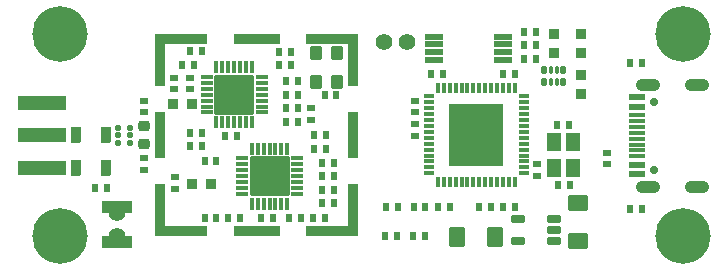
<source format=gts>
%TF.GenerationSoftware,KiCad,Pcbnew,7.0.7*%
%TF.CreationDate,2023-12-21T17:24:57+09:00*%
%TF.ProjectId,pocket_sdr_v2.1,706f636b-6574-45f7-9364-725f76322e31,rev?*%
%TF.SameCoordinates,Original*%
%TF.FileFunction,Soldermask,Top*%
%TF.FilePolarity,Negative*%
%FSLAX46Y46*%
G04 Gerber Fmt 4.6, Leading zero omitted, Abs format (unit mm)*
G04 Created by KiCad (PCBNEW 7.0.7) date 2023-12-21 17:24:57*
%MOMM*%
%LPD*%
G01*
G04 APERTURE LIST*
G04 Aperture macros list*
%AMRoundRect*
0 Rectangle with rounded corners*
0 $1 Rounding radius*
0 $2 $3 $4 $5 $6 $7 $8 $9 X,Y pos of 4 corners*
0 Add a 4 corners polygon primitive as box body*
4,1,4,$2,$3,$4,$5,$6,$7,$8,$9,$2,$3,0*
0 Add four circle primitives for the rounded corners*
1,1,$1+$1,$2,$3*
1,1,$1+$1,$4,$5*
1,1,$1+$1,$6,$7*
1,1,$1+$1,$8,$9*
0 Add four rect primitives between the rounded corners*
20,1,$1+$1,$2,$3,$4,$5,0*
20,1,$1+$1,$4,$5,$6,$7,0*
20,1,$1+$1,$6,$7,$8,$9,0*
20,1,$1+$1,$8,$9,$2,$3,0*%
G04 Aperture macros list end*
%ADD10C,1.409600*%
%ADD11RoundRect,0.050800X0.225000X0.300000X-0.225000X0.300000X-0.225000X-0.300000X0.225000X-0.300000X0*%
%ADD12RoundRect,0.050800X-0.225000X-0.300000X0.225000X-0.300000X0.225000X0.300000X-0.225000X0.300000X0*%
%ADD13RoundRect,0.050800X0.400000X-0.400000X0.400000X0.400000X-0.400000X0.400000X-0.400000X-0.400000X0*%
%ADD14RoundRect,0.050800X-0.400000X-0.400000X0.400000X-0.400000X0.400000X0.400000X-0.400000X0.400000X0*%
%ADD15RoundRect,0.050800X-0.725000X-0.200000X0.725000X-0.200000X0.725000X0.200000X-0.725000X0.200000X0*%
%ADD16RoundRect,0.050800X0.165000X-0.205000X0.165000X0.205000X-0.165000X0.205000X-0.165000X-0.205000X0*%
%ADD17RoundRect,0.050800X2.175000X0.400000X-2.175000X0.400000X-2.175000X-0.400000X2.175000X-0.400000X0*%
%ADD18RoundRect,0.050800X-1.900000X-0.400000X1.900000X-0.400000X1.900000X0.400000X-1.900000X0.400000X0*%
%ADD19RoundRect,0.050800X0.400000X-2.180000X0.400000X2.180000X-0.400000X2.180000X-0.400000X-2.180000X0*%
%ADD20RoundRect,0.050800X0.400000X-1.900000X0.400000X1.900000X-0.400000X1.900000X-0.400000X-1.900000X0*%
%ADD21C,4.701600*%
%ADD22RoundRect,0.050800X-0.300000X0.225000X-0.300000X-0.225000X0.300000X-0.225000X0.300000X0.225000X0*%
%ADD23RoundRect,0.050800X0.300000X-0.225000X0.300000X0.225000X-0.300000X0.225000X-0.300000X-0.225000X0*%
%ADD24RoundRect,0.050800X-0.400000X0.400000X-0.400000X-0.400000X0.400000X-0.400000X0.400000X0.400000X0*%
%ADD25RoundRect,0.050800X-0.600000X0.800000X-0.600000X-0.800000X0.600000X-0.800000X0.600000X0.800000X0*%
%ADD26RoundRect,0.050800X-0.800000X-0.600000X0.800000X-0.600000X0.800000X0.600000X-0.800000X0.600000X0*%
%ADD27RoundRect,0.050800X0.475000X0.130000X-0.475000X0.130000X-0.475000X-0.130000X0.475000X-0.130000X0*%
%ADD28RoundRect,0.050800X0.130000X-0.475000X0.130000X0.475000X-0.130000X0.475000X-0.130000X-0.475000X0*%
%ADD29RoundRect,0.050800X1.625000X-1.625000X1.625000X1.625000X-1.625000X1.625000X-1.625000X-1.625000X0*%
%ADD30RoundRect,0.050800X0.450000X0.500000X-0.450000X0.500000X-0.450000X-0.500000X0.450000X-0.500000X0*%
%ADD31RoundRect,0.050800X2.250000X-2.600000X2.250000X2.600000X-2.250000X2.600000X-2.250000X-2.600000X0*%
%ADD32RoundRect,0.050800X0.400000X0.125000X-0.400000X0.125000X-0.400000X-0.125000X0.400000X-0.125000X0*%
%ADD33RoundRect,0.050800X-0.125000X0.400000X-0.125000X-0.400000X0.125000X-0.400000X0.125000X0.400000X0*%
%ADD34RoundRect,0.050800X-0.400000X-0.125000X0.400000X-0.125000X0.400000X0.125000X-0.400000X0.125000X0*%
%ADD35RoundRect,0.050800X0.125000X-0.400000X0.125000X0.400000X-0.125000X0.400000X-0.125000X-0.400000X0*%
%ADD36RoundRect,0.050800X0.175000X0.250000X-0.175000X0.250000X-0.175000X-0.250000X0.175000X-0.250000X0*%
%ADD37RoundRect,0.050800X0.125000X0.250000X-0.125000X0.250000X-0.125000X-0.250000X0.125000X-0.250000X0*%
%ADD38RoundRect,0.050800X0.508000X0.254000X-0.508000X0.254000X-0.508000X-0.254000X0.508000X-0.254000X0*%
%ADD39R,2.500000X1.000000*%
%ADD40RoundRect,0.050800X0.381000X0.635000X-0.381000X0.635000X-0.381000X-0.635000X0.381000X-0.635000X0*%
%ADD41RoundRect,0.050800X0.575000X0.700000X-0.575000X0.700000X-0.575000X-0.700000X0.575000X-0.700000X0*%
%ADD42C,0.700000*%
%ADD43R,1.450000X0.600000*%
%ADD44R,1.450000X0.300000*%
%ADD45O,2.100000X1.050000*%
%ADD46RoundRect,0.225000X0.250000X-0.225000X0.250000X0.225000X-0.250000X0.225000X-0.250000X-0.225000X0*%
%ADD47RoundRect,0.050800X-2.000000X-0.500000X2.000000X-0.500000X2.000000X0.500000X-2.000000X0.500000X0*%
G04 APERTURE END LIST*
D10*
%TO.C,J3*%
X129780000Y-111550000D03*
X129780000Y-113550000D03*
%TD*%
D11*
%TO.C,C33*%
X138207400Y-111953600D03*
X137207400Y-111953600D03*
%TD*%
D12*
%TO.C,R11*%
X173206300Y-111200000D03*
X174206300Y-111200000D03*
%TD*%
D13*
%TO.C,LED2*%
X169107400Y-98003600D03*
X169107400Y-96403600D03*
%TD*%
D12*
%TO.C,C36*%
X146457400Y-105003600D03*
X147457400Y-105003600D03*
%TD*%
%TO.C,C9*%
X141957400Y-111953600D03*
X142957400Y-111953600D03*
%TD*%
%TO.C,C17*%
X143507400Y-99053600D03*
X144507400Y-99053600D03*
%TD*%
D14*
%TO.C,L3*%
X136107400Y-109103600D03*
X137707400Y-109103600D03*
%TD*%
D11*
%TO.C,C32*%
X137007400Y-105903600D03*
X136007400Y-105903600D03*
%TD*%
D12*
%TO.C,R12*%
X173206300Y-98900000D03*
X174206300Y-98900000D03*
%TD*%
D15*
%TO.C,U4*%
X156607400Y-96628600D03*
X156607400Y-97278600D03*
X156607400Y-97928600D03*
X156607400Y-98578600D03*
X162507400Y-98578600D03*
X162507400Y-97928600D03*
X162507400Y-97278600D03*
X162507400Y-96628600D03*
%TD*%
D16*
%TO.C,RF_DIVIDER1*%
X129900000Y-104340000D03*
X129900000Y-105000000D03*
X129900000Y-105660000D03*
X130900000Y-105660000D03*
X130900000Y-105000000D03*
X130900000Y-104340000D03*
%TD*%
D17*
%TO.C,RF-SHEILD-CASE1*%
X135231300Y-113105000D03*
D18*
X141606300Y-113105000D03*
D17*
X147981300Y-113105000D03*
D19*
X149756300Y-111330000D03*
D20*
X149756300Y-104955000D03*
D19*
X149756300Y-98580000D03*
D17*
X147981300Y-96805000D03*
D18*
X141606300Y-96805000D03*
D17*
X135231300Y-96805000D03*
D19*
X133456300Y-98580000D03*
D20*
X133456300Y-104955000D03*
D19*
X133456300Y-111330000D03*
%TD*%
D21*
%TO.C,U$54*%
X125001100Y-113500000D03*
%TD*%
D11*
%TO.C,R1*%
X145107400Y-102703600D03*
X144107400Y-102703600D03*
%TD*%
%TO.C,C10*%
X148157400Y-110753600D03*
X147157400Y-110753600D03*
%TD*%
D22*
%TO.C,C6*%
X146207400Y-102653600D03*
X146207400Y-103653600D03*
%TD*%
D14*
%TO.C,L1*%
X134507400Y-102303600D03*
X136107400Y-102303600D03*
%TD*%
D11*
%TO.C,R4*%
X138207400Y-107153600D03*
X137207400Y-107153600D03*
%TD*%
D12*
%TO.C,C27*%
X156957400Y-111053600D03*
X157957400Y-111053600D03*
%TD*%
D23*
%TO.C,C29*%
X155057400Y-103053600D03*
X155057400Y-102053600D03*
%TD*%
D22*
%TO.C,C2*%
X134607400Y-100103600D03*
X134607400Y-101103600D03*
%TD*%
D13*
%TO.C,LED3*%
X166757400Y-98003600D03*
X166757400Y-96403600D03*
%TD*%
D24*
%TO.C,LED1*%
X169107400Y-99903600D03*
X169107400Y-101503600D03*
%TD*%
D25*
%TO.C,C24*%
X161807400Y-113603600D03*
X158607400Y-113603600D03*
%TD*%
D11*
%TO.C,C37*%
X161457400Y-111053600D03*
X160457400Y-111053600D03*
%TD*%
%TO.C,C35*%
X145357400Y-111953600D03*
X144357400Y-111953600D03*
%TD*%
D12*
%TO.C,C18*%
X146407400Y-111953600D03*
X147407400Y-111953600D03*
%TD*%
%TO.C,C11*%
X147157400Y-108453600D03*
X148157400Y-108453600D03*
%TD*%
D22*
%TO.C,C3*%
X132100000Y-106900000D03*
X132100000Y-107900000D03*
%TD*%
D26*
%TO.C,C22*%
X168807400Y-110703600D03*
X168807400Y-113903600D03*
%TD*%
D12*
%TO.C,C38*%
X146457400Y-106153600D03*
X147457400Y-106153600D03*
%TD*%
D23*
%TO.C,C1*%
X132100000Y-103050000D03*
X132100000Y-102050000D03*
%TD*%
D11*
%TO.C,R8*%
X153557400Y-111053600D03*
X152557400Y-111053600D03*
%TD*%
%TO.C,C12*%
X148157400Y-107303600D03*
X147157400Y-107303600D03*
%TD*%
D21*
%TO.C,U$58*%
X177706300Y-113500000D03*
%TD*%
D27*
%TO.C,U2*%
X145047400Y-109953600D03*
X145047400Y-109453600D03*
X145047400Y-108953600D03*
X145047400Y-108453600D03*
X145047400Y-107953600D03*
X145047400Y-107453600D03*
X145047400Y-106953600D03*
D28*
X144207400Y-106113600D03*
X143707400Y-106113600D03*
X143207400Y-106113600D03*
X142707400Y-106113600D03*
X142207400Y-106113600D03*
X141707400Y-106113600D03*
X141207400Y-106113600D03*
D27*
X140367400Y-106953600D03*
X140367400Y-107453600D03*
X140367400Y-107953600D03*
X140367400Y-108453600D03*
X140367400Y-108953600D03*
X140367400Y-109453600D03*
X140367400Y-109953600D03*
D28*
X141207400Y-110793600D03*
X141707400Y-110793600D03*
X142207400Y-110793600D03*
X142707400Y-110793600D03*
X143207400Y-110793600D03*
X143707400Y-110793600D03*
X144207400Y-110793600D03*
D29*
X142707400Y-108453600D03*
%TD*%
D11*
%TO.C,C8*%
X145107400Y-100403600D03*
X144107400Y-100403600D03*
%TD*%
D10*
%TO.C,J1*%
X152357400Y-97103600D03*
X154357400Y-97103600D03*
%TD*%
D11*
%TO.C,C30*%
X136957400Y-97853600D03*
X135957400Y-97853600D03*
%TD*%
%TO.C,C31*%
X137007400Y-104753600D03*
X136007400Y-104753600D03*
%TD*%
D12*
%TO.C,C16*%
X144107400Y-103853600D03*
X145107400Y-103853600D03*
%TD*%
D30*
%TO.C,TCXO1*%
X148406300Y-100450000D03*
X148406300Y-98050000D03*
X146606300Y-98050000D03*
X146606300Y-100450000D03*
%TD*%
D31*
%TO.C,U3*%
X160207400Y-104953600D03*
D32*
X164207400Y-108203600D03*
X164207400Y-107703600D03*
X164207400Y-107203600D03*
X164207400Y-106703600D03*
X164207400Y-106203600D03*
X164207400Y-105703600D03*
X164207400Y-105203600D03*
X164207400Y-104703600D03*
X164207400Y-104203600D03*
X164207400Y-103703600D03*
X164207400Y-103203600D03*
X164207400Y-102703600D03*
X164207400Y-102203600D03*
X164207400Y-101703600D03*
D33*
X163457400Y-100953600D03*
X162957400Y-100953600D03*
X162457400Y-100953600D03*
X161957400Y-100953600D03*
X161457400Y-100953600D03*
X160957400Y-100953600D03*
X160457400Y-100953600D03*
X159957400Y-100953600D03*
X159457400Y-100953600D03*
X158957400Y-100953600D03*
X158457400Y-100953600D03*
X157957400Y-100953600D03*
X157457400Y-100953600D03*
X156957400Y-100953600D03*
D34*
X156207400Y-101703600D03*
X156207400Y-102203600D03*
X156207400Y-102703600D03*
X156207400Y-103203600D03*
X156207400Y-103703600D03*
X156207400Y-104203600D03*
X156207400Y-104703600D03*
X156207400Y-105203600D03*
X156207400Y-105703600D03*
X156207400Y-106203600D03*
X156207400Y-106703600D03*
X156207400Y-107203600D03*
X156207400Y-107703600D03*
X156207400Y-108203600D03*
D35*
X156957400Y-108953600D03*
X157457400Y-108953600D03*
X157957400Y-108953600D03*
X158457400Y-108953600D03*
X158957400Y-108953600D03*
X159457400Y-108953600D03*
X159957400Y-108953600D03*
X160457400Y-108953600D03*
X160957400Y-108953600D03*
X161457400Y-108953600D03*
X161957400Y-108953600D03*
X162457400Y-108953600D03*
X162957400Y-108953600D03*
X163457400Y-108953600D03*
%TD*%
D36*
%TO.C,AR1*%
X167557400Y-99503600D03*
X167557400Y-100503600D03*
D37*
X167007400Y-99503600D03*
X167007400Y-100503600D03*
X166507400Y-99503600D03*
X166507400Y-100503600D03*
D36*
X165957400Y-99503600D03*
X165957400Y-100503600D03*
%TD*%
D11*
%TO.C,C20*%
X168057400Y-104103600D03*
X167057400Y-104103600D03*
%TD*%
D38*
%TO.C,U5*%
X166757400Y-113953600D03*
X166757400Y-113003600D03*
X166757400Y-112053600D03*
X163757400Y-112053600D03*
X163757400Y-113953600D03*
%TD*%
D12*
%TO.C,R5*%
X164257400Y-97353600D03*
X165257400Y-97353600D03*
%TD*%
D11*
%TO.C,R3*%
X148157400Y-109603600D03*
X147157400Y-109603600D03*
%TD*%
D12*
%TO.C,C34*%
X139207400Y-111953600D03*
X140207400Y-111953600D03*
%TD*%
%TO.C,C28*%
X164257400Y-96203600D03*
X165257400Y-96203600D03*
%TD*%
D22*
%TO.C,C4*%
X134657400Y-108553600D03*
X134657400Y-109553600D03*
%TD*%
D11*
%TO.C,C41*%
X155907400Y-111053600D03*
X154907400Y-111053600D03*
%TD*%
D12*
%TO.C,C39*%
X143507400Y-97903600D03*
X144507400Y-97903600D03*
%TD*%
D27*
%TO.C,U1*%
X142047400Y-103053600D03*
X142047400Y-102553600D03*
X142047400Y-102053600D03*
X142047400Y-101553600D03*
X142047400Y-101053600D03*
X142047400Y-100553600D03*
X142047400Y-100053600D03*
D28*
X141207400Y-99213600D03*
X140707400Y-99213600D03*
X140207400Y-99213600D03*
X139707400Y-99213600D03*
X139207400Y-99213600D03*
X138707400Y-99213600D03*
X138207400Y-99213600D03*
D27*
X137367400Y-100053600D03*
X137367400Y-100553600D03*
X137367400Y-101053600D03*
X137367400Y-101553600D03*
X137367400Y-102053600D03*
X137367400Y-102553600D03*
X137367400Y-103053600D03*
D28*
X138207400Y-103893600D03*
X138707400Y-103893600D03*
X139207400Y-103893600D03*
X139707400Y-103893600D03*
X140207400Y-103893600D03*
X140707400Y-103893600D03*
X141207400Y-103893600D03*
D29*
X139707400Y-101553600D03*
%TD*%
D23*
%TO.C,R10*%
X155057400Y-105053600D03*
X155057400Y-104053600D03*
%TD*%
D39*
%TO.C,F1*%
X129780000Y-111050000D03*
X129780000Y-114050000D03*
%TD*%
D40*
%TO.C,BIAS_T1*%
X128820000Y-107800000D03*
X126280000Y-107800000D03*
X126280000Y-105006000D03*
X128820000Y-105006000D03*
%TD*%
D12*
%TO.C,R9*%
X154857400Y-113553600D03*
X155857400Y-113553600D03*
%TD*%
%TO.C,C40*%
X162507400Y-111053600D03*
X163507400Y-111053600D03*
%TD*%
D22*
%TO.C,C23*%
X171307400Y-106453600D03*
X171307400Y-107453600D03*
%TD*%
D21*
%TO.C,U$53*%
X125001100Y-96450000D03*
%TD*%
D12*
%TO.C,R7*%
X164257400Y-98503600D03*
X165257400Y-98503600D03*
%TD*%
%TO.C,C5*%
X138957400Y-105053600D03*
X139957400Y-105053600D03*
%TD*%
%TO.C,C19*%
X167107400Y-109203600D03*
X168107400Y-109203600D03*
%TD*%
D23*
%TO.C,R6*%
X165357400Y-108403600D03*
X165357400Y-107403600D03*
%TD*%
D12*
%TO.C,C26*%
X162507400Y-99803600D03*
X163507400Y-99803600D03*
%TD*%
D41*
%TO.C,XTAL1*%
X168356300Y-107750000D03*
X168356300Y-105550000D03*
X166756300Y-105550000D03*
X166756300Y-107750000D03*
%TD*%
D11*
%TO.C,C42*%
X136307400Y-99003600D03*
X135307400Y-99003600D03*
%TD*%
D42*
%TO.C,J2*%
X175256300Y-107910000D03*
X175256300Y-102130000D03*
D43*
X173811300Y-108270000D03*
X173811300Y-107470000D03*
D44*
X173811300Y-106270000D03*
X173811300Y-105270000D03*
X173811300Y-104770000D03*
X173811300Y-103770000D03*
D43*
X173811300Y-101770000D03*
X173811300Y-102570000D03*
D44*
X173811300Y-103270000D03*
X173811300Y-104270000D03*
X173811300Y-105770000D03*
X173811300Y-106770000D03*
D45*
X174726300Y-109340000D03*
X174726300Y-100700000D03*
X178906300Y-109340000D03*
X178906300Y-100700000D03*
%TD*%
D21*
%TO.C,U$55*%
X177706300Y-96450000D03*
%TD*%
D46*
%TO.C,R13*%
X132105400Y-105766200D03*
X132105400Y-104216200D03*
%TD*%
D47*
%TO.C,J4*%
X123401100Y-105003600D03*
X123401100Y-107753600D03*
X123401100Y-102253600D03*
%TD*%
D12*
%TO.C,C13*%
X147357400Y-101553600D03*
X148357400Y-101553600D03*
%TD*%
%TO.C,C7*%
X144107400Y-101553600D03*
X145107400Y-101553600D03*
%TD*%
D11*
%TO.C,C25*%
X157407400Y-99803600D03*
X156407400Y-99803600D03*
%TD*%
%TO.C,C21*%
X153507400Y-113553600D03*
X152507400Y-113553600D03*
%TD*%
D12*
%TO.C,C14*%
X127901100Y-109453600D03*
X128901100Y-109453600D03*
%TD*%
D23*
%TO.C,R2*%
X135957400Y-101103600D03*
X135957400Y-100103600D03*
%TD*%
M02*

</source>
